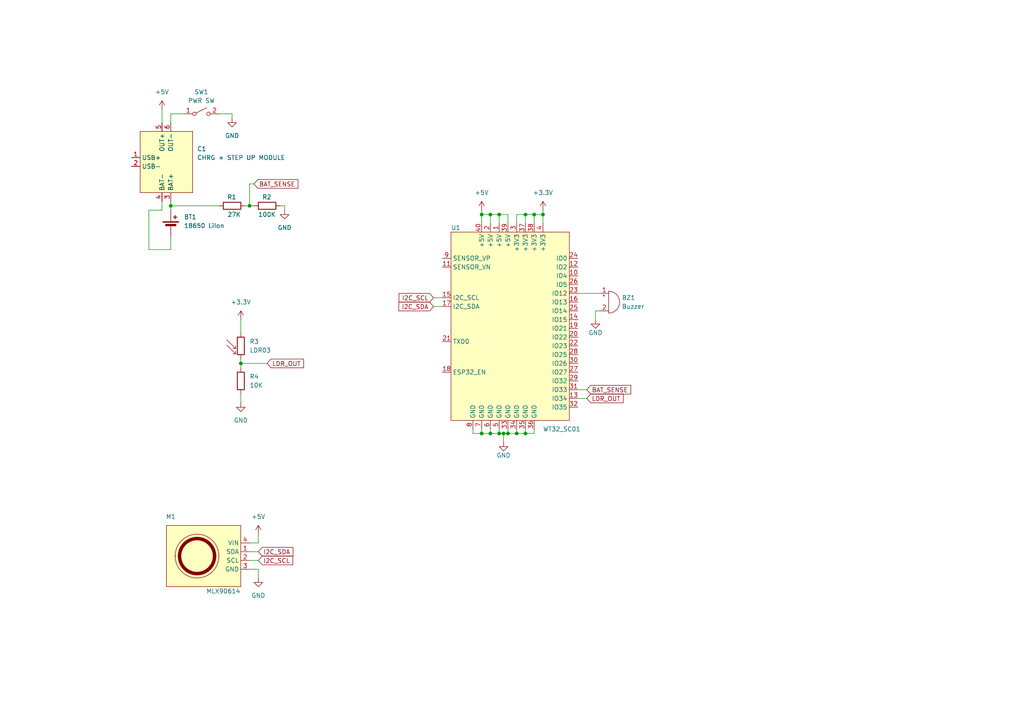
<source format=kicad_sch>
(kicad_sch (version 20230121) (generator eeschema)
  (paper "A4")
  (title_block (title "LUXMD Schematics"))
  (lib_symbols
    (symbol "Custom Library:MLX90614_Module"
      (property "Reference" "M" (at -13.97 10.16 0))
      (property "Value" "MLX90614" (at 1.27 -10.16 0))
      (symbol "MLX90614_Module_1_1"
        (rectangle (start -15.24 8.89) (end 6.35 -8.89) (fill (type background)))
        (circle (center -12.7 0) (radius 0.0001))
        (circle (center -6.35 0) (radius 5.08) (stroke (width 1)))
        (circle (center -6.35 0) (radius 6.35))
        (pin bidirectional line (at 8.89 1.27 180) (length 2.54) (name "SDA") (number "1"))
        (pin bidirectional line (at 8.89 -1.27 180) (length 2.54) (name "SCL") (number "2"))
        (pin power_in line (at 8.89 -3.81 180) (length 2.54) (name "GND") (number "3"))
        (pin power_in line (at 8.89 3.81 180) (length 2.54) (name "VIN") (number "4"))
      )
    )
    (symbol "Custom Library:TP4056_Module"
      (property "Reference" "C" (at -6.35 9.525 0))
      (property "Value" "TP4056_Module" (at 16.51 -1.27 0))
      (symbol "TP4056_Module_0_1"
        (rectangle (start -6.35 7.62) (end 8.89 -10.16) (stroke (width 0.1524)) (fill (type background)))
      )
      (symbol "TP4056_Module_1_1"
        (pin input line (at -8.89 0 0) (length 2.54) (name "USB+") (number "1"))
        (pin input line (at -8.89 -2.54 0) (length 2.54) (name "USB-") (number "2"))
        (pin input line (at 2.54 -12.7 90) (length 2.54) (name "BAT+") (number "3"))
        (pin input line (at 0 -12.7 90) (length 2.54) (name "BAT-") (number "4"))
        (pin input line (at 0 10.16 270) (length 2.54) (name "OUT+") (number "5"))
        (pin input line (at 2.54 10.16 270) (length 2.54) (name "OUT-") (number "6"))
      )
    )
    (symbol "Custom Library:WT32-SC01_Module"
      (property "Reference" "U" (at -17.78 26.67 0))
      (property "Value" "WT32_SC01 " (at 10.16 -30.48 0))
      (symbol "WT32-SC01_Module_1_1"
        (rectangle (start -19.05 25.4) (end 15.24 -29.21) (fill (type background)))
        (pin power_in line (at -5.08 27.94 270) (length 2.54) (name "+5V") (number "1"))
        (pin bidirectional line (at 17.78 12.7 180) (length 2.54) (name "IO4") (number "10"))
        (pin bidirectional line (at -21.59 15.24 0) (length 2.54) (name "SENSOR_VN") (number "11"))
        (pin bidirectional line (at 17.78 15.24 180) (length 2.54) (name "IO2") (number "12"))
        (pin bidirectional line (at 17.78 -22.86 180) (length 2.54) (name "IO34") (number "13"))
        (pin bidirectional line (at 17.78 0 180) (length 2.54) (name "IO15") (number "14"))
        (pin bidirectional line (at -21.59 6.35 0) (length 2.54) (name "I2C_SCL") (number "15"))
        (pin bidirectional line (at 17.78 5.08 180) (length 2.54) (name "IO13") (number "16"))
        (pin bidirectional line (at -21.59 3.81 0) (length 2.54) (name "I2C_SDA") (number "17"))
        (pin bidirectional line (at -21.59 -15.24 0) (length 2.54) (name "ESP32_EN") (number "18"))
        (pin bidirectional line (at 17.78 -2.54 180) (length 2.54) (name "IO21") (number "19"))
        (pin passive line (at -7.62 27.94 270) (length 2.54) (name "+5V") (number "2"))
        (pin bidirectional line (at 17.78 -5.08 180) (length 2.54) (name "IO22") (number "20"))
        (pin bidirectional line (at -21.59 -6.35 0) (length 2.54) (name "TXD0") (number "21"))
        (pin bidirectional line (at 17.78 -7.62 180) (length 2.54) (name "IO23") (number "22"))
        (pin bidirectional line (at 17.78 7.62 180) (length 2.54) (name "IO12") (number "23"))
        (pin bidirectional line (at 17.78 17.78 180) (length 2.54) (name "IO0") (number "24"))
        (pin bidirectional line (at 17.78 2.54 180) (length 2.54) (name "IO14") (number "25"))
        (pin bidirectional line (at 17.78 10.16 180) (length 2.54) (name "IO5") (number "26"))
        (pin bidirectional line (at 17.78 -15.24 180) (length 2.54) (name "IO27") (number "27"))
        (pin bidirectional line (at 17.78 -10.16 180) (length 2.54) (name "IO25") (number "28"))
        (pin bidirectional line (at 17.78 -17.78 180) (length 2.54) (name "IO32") (number "29"))
        (pin power_in line (at 0 27.94 270) (length 2.54) (name "+3V3") (number "3"))
        (pin bidirectional line (at 17.78 -12.7 180) (length 2.54) (name "IO26") (number "30"))
        (pin bidirectional line (at 17.78 -20.32 180) (length 2.54) (name "IO33") (number "31"))
        (pin bidirectional line (at 17.78 -25.4 180) (length 2.54) (name "IO35") (number "32"))
        (pin power_in line (at -2.54 -31.75 90) (length 2.54) (name "GND") (number "33"))
        (pin passive line (at 0 -31.75 90) (length 2.54) (name "GND") (number "34"))
        (pin passive line (at 2.54 -31.75 90) (length 2.54) (name "GND") (number "35"))
        (pin passive line (at 5.08 -31.75 90) (length 2.54) (name "GND") (number "36"))
        (pin power_in line (at 2.54 27.94 270) (length 2.54) (name "+3V3") (number "37"))
        (pin passive line (at 5.08 27.94 270) (length 2.54) (name "+3V3") (number "38"))
        (pin power_in line (at -2.54 27.94 270) (length 2.54) (name "+5V") (number "39"))
        (pin passive line (at 7.62 27.94 270) (length 2.54) (name "+3V3") (number "4"))
        (pin passive line (at -10.16 27.94 270) (length 2.54) (name "+5V") (number "40"))
        (pin power_in line (at -5.08 -31.75 90) (length 2.54) (name "GND") (number "5"))
        (pin passive line (at -7.62 -31.75 90) (length 2.54) (name "GND") (number "6"))
        (pin passive line (at -10.16 -31.75 90) (length 2.54) (name "GND") (number "7"))
        (pin passive line (at -12.7 -31.75 90) (length 2.54) (name "GND") (number "8"))
        (pin bidirectional line (at -21.59 17.78 0) (length 2.54) (name "SENSOR_VP") (number "9"))
      )
    )
    (symbol "Device:Battery_Cell" (pin_numbers hide) (pin_names (offset 0) hide)
      (property "Reference" "BT" (at 2.54 2.54 0))
      (property "Value" "Battery_Cell" (at 2.54 0 0))
      (symbol "Battery_Cell_0_1"
        (rectangle (start -2.286 1.778) (end 2.286 1.524) (fill (type outline)))
        (rectangle (start -1.524 1.016) (end 1.524 0.508) (fill (type outline)))
        (polyline (pts (xy 0 0.762) (xy 0 0)))
        (polyline (pts (xy 0 1.778) (xy 0 2.54)))
        (polyline (pts (xy 0.762 3.048) (xy 1.778 3.048)) (stroke (width 0.254)))
        (polyline (pts (xy 1.27 3.556) (xy 1.27 2.54)) (stroke (width 0.254)))
      )
      (symbol "Battery_Cell_1_1"
        (pin passive line (at 0 5.08 270) (length 2.54) (name "+") (number "1"))
        (pin passive line (at 0 -2.54 90) (length 2.54) (name "-") (number "2"))
      )
    )
    (symbol "Device:Buzzer" (pin_names (offset 0.0254) hide)
      (property "Reference" "BZ" (at 3.81 1.27 0))
      (property "Value" "Buzzer" (at 3.81 -1.27 0))
      (symbol "Buzzer_0_1"
        (arc (start 0 -3.175) (mid 3.1612 0) (end 0 3.175))
        (polyline (pts (xy -1.651 1.905) (xy -1.143 1.905)))
        (polyline (pts (xy -1.397 2.159) (xy -1.397 1.651)))
        (polyline (pts (xy 0 3.175) (xy 0 -3.175)))
      )
      (symbol "Buzzer_1_1"
        (pin passive line (at -2.54 2.54 0) (length 2.54) (name "-") (number "1"))
        (pin passive line (at -2.54 -2.54 0) (length 2.54) (name "+") (number "2"))
      )
    )
    (symbol "Device:R" (pin_numbers hide) (pin_names (offset 0))
      (property "Reference" "R" (at 2.032 0 90))
      (property "Value" "R" (at 0 0 90))
      (symbol "R_0_1"
        (rectangle (start -1.016 -2.54) (end 1.016 2.54) (stroke (width 0.254)))
      )
      (symbol "R_1_1"
        (pin passive line (at 0 3.81 270) (length 1.27) (name "~") (number "1"))
        (pin passive line (at 0 -3.81 90) (length 1.27) (name "~") (number "2"))
      )
    )
    (symbol "Sensor_Optical:LDR03" (pin_numbers hide) (pin_names (offset 0))
      (property "Reference" "R" (at -5.08 0 90))
      (property "Value" "LDR03" (at 1.905 0 90))
      (symbol "LDR03_0_1"
        (rectangle (start -1.016 2.54) (end 1.016 -2.54) (stroke (width 0.254)))
        (polyline (pts (xy -1.524 -2.286) (xy -4.064 0.254)))
        (polyline (pts (xy -1.524 -2.286) (xy -2.286 -2.286)))
        (polyline (pts (xy -1.524 -2.286) (xy -1.524 -1.524)))
        (polyline (pts (xy -1.524 -0.762) (xy -4.064 1.778)))
        (polyline (pts (xy -1.524 -0.762) (xy -2.286 -0.762)))
        (polyline (pts (xy -1.524 -0.762) (xy -1.524 0)))
      )
      (symbol "LDR03_1_1"
        (pin passive line (at 0 3.81 270) (length 1.27) (name "~") (number "1"))
        (pin passive line (at 0 -3.81 90) (length 1.27) (name "~") (number "2"))
      )
    )
    (symbol "Switch:SW_SPST" (pin_names (offset 0) hide)
      (property "Reference" "SW" (at 0 3.175 0))
      (property "Value" "SW_SPST" (at 0 -2.54 0))
      (symbol "SW_SPST_0_0"
        (circle (center -2.032 0) (radius 0.508))
        (polyline (pts (xy -1.524 0.254) (xy 1.524 1.778)))
        (circle (center 2.032 0) (radius 0.508))
      )
      (symbol "SW_SPST_1_1"
        (pin passive line (at -5.08 0 0) (length 2.54) (name "A") (number "1"))
        (pin passive line (at 5.08 0 180) (length 2.54) (name "B") (number "2"))
      )
    )
    (symbol "power:+3.3V" (power) (pin_names (offset 0))
      (property "Value" "+3.3V" (at 0 3.556 0))
      (symbol "+3.3V_0_1"
        (polyline (pts (xy -0.762 1.27) (xy 0 2.54)))
        (polyline (pts (xy 0 0) (xy 0 2.54)))
        (polyline (pts (xy 0 2.54) (xy 0.762 1.27)))
      )
      (symbol "+3.3V_1_1"
        (pin power_in line (at 0 0 90) (length 0) hide (name "+3.3V") (number "1"))
      )
    )
    (symbol "power:+5V" (power) (pin_names (offset 0))
      (property "Value" "+5V" (at 0 3.556 0))
      (symbol "+5V_0_1"
        (polyline (pts (xy -0.762 1.27) (xy 0 2.54)))
        (polyline (pts (xy 0 0) (xy 0 2.54)))
        (polyline (pts (xy 0 2.54) (xy 0.762 1.27)))
      )
      (symbol "+5V_1_1"
        (pin power_in line (at 0 0 90) (length 0) hide (name "+5V") (number "1"))
      )
    )
    (symbol "power:GND" (power) (pin_names (offset 0))
      (property "Value" "GND" (at 0 -3.81 0))
      (symbol "GND_0_1"
        (polyline (pts (xy 0 0) (xy 0 -1.27) (xy 1.27 -1.27) (xy 0 -2.54) (xy -1.27 -1.27) (xy 0 -1.27)))
      )
      (symbol "GND_1_1"
        (pin power_in line (at 0 0 270) (length 0) hide (name "GND") (number "1"))
      )
    )
  )
  (junction (at 144.78 125.73))
  (junction (at 142.24 125.73))
  (junction (at 157.48 62.23))
  (junction (at 146.05 125.73))
  (junction (at 142.24 62.23))
  (junction (at 147.32 125.73))
  (junction (at 139.7 62.23))
  (junction (at 69.85 105.41))
  (junction (at 149.86 125.73))
  (junction (at 72.39 59.69))
  (junction (at 139.7 125.73))
  (junction (at 49.53 59.69))
  (junction (at 152.4 62.23))
  (junction (at 154.94 62.23))
  (junction (at 144.78 62.23))
  (junction (at 152.4 125.73))
  (wire (pts (xy 46.99 58.42) (xy 46.99 60.96)))
  (wire (pts (xy 157.48 62.23) (xy 154.94 62.23)))
  (wire (pts (xy 49.53 33.02) (xy 53.34 33.02)))
  (wire (pts (xy 139.7 60.96) (xy 139.7 62.23)))
  (wire (pts (xy 77.47 105.41) (xy 69.85 105.41)))
  (wire (pts (xy 82.55 59.69) (xy 82.55 60.96)))
  (wire (pts (xy 152.4 125.73) (xy 154.94 125.73)))
  (wire (pts (xy 154.94 62.23) (xy 154.94 64.77)))
  (wire (pts (xy 49.53 59.69) (xy 49.53 60.96)))
  (wire (pts (xy 139.7 62.23) (xy 139.7 64.77)))
  (wire (pts (xy 172.72 92.71) (xy 172.72 90.17)))
  (wire (pts (xy 142.24 125.73) (xy 144.78 125.73)))
  (wire (pts (xy 167.64 115.57) (xy 170.18 115.57)))
  (wire (pts (xy 167.64 113.03) (xy 170.18 113.03)))
  (wire (pts (xy 172.72 90.17) (xy 173.99 90.17)))
  (wire (pts (xy 81.28 59.69) (xy 82.55 59.69)))
  (wire (pts (xy 74.93 165.1) (xy 74.93 167.64)))
  (wire (pts (xy 72.39 160.02) (xy 74.93 160.02)))
  (wire (pts (xy 43.18 60.96) (xy 43.18 72.39)))
  (wire (pts (xy 144.78 125.73) (xy 146.05 125.73)))
  (wire (pts (xy 71.12 59.69) (xy 72.39 59.69)))
  (wire (pts (xy 154.94 125.73) (xy 154.94 124.46)))
  (wire (pts (xy 147.32 125.73) (xy 147.32 124.46)))
  (wire (pts (xy 139.7 124.46) (xy 139.7 125.73)))
  (wire (pts (xy 149.86 125.73) (xy 152.4 125.73)))
  (wire (pts (xy 152.4 125.73) (xy 152.4 124.46)))
  (wire (pts (xy 73.66 59.69) (xy 72.39 59.69)))
  (wire (pts (xy 125.73 88.9) (xy 128.27 88.9)))
  (wire (pts (xy 46.99 60.96) (xy 43.18 60.96)))
  (wire (pts (xy 49.53 59.69) (xy 63.5 59.69)))
  (wire (pts (xy 142.24 62.23) (xy 144.78 62.23)))
  (wire (pts (xy 157.48 60.96) (xy 157.48 62.23)))
  (wire (pts (xy 146.05 125.73) (xy 146.05 128.27)))
  (wire (pts (xy 144.78 62.23) (xy 144.78 64.77)))
  (wire (pts (xy 157.48 62.23) (xy 157.48 64.77)))
  (wire (pts (xy 63.5 33.02) (xy 67.31 33.02)))
  (wire (pts (xy 167.64 85.09) (xy 173.99 85.09)))
  (wire (pts (xy 149.86 64.77) (xy 149.86 62.23)))
  (wire (pts (xy 149.86 125.73) (xy 149.86 124.46)))
  (wire (pts (xy 125.73 86.36) (xy 128.27 86.36)))
  (wire (pts (xy 137.16 125.73) (xy 139.7 125.73)))
  (wire (pts (xy 46.99 31.75) (xy 46.99 35.56)))
  (wire (pts (xy 72.39 157.48) (xy 74.93 157.48)))
  (wire (pts (xy 72.39 165.1) (xy 74.93 165.1)))
  (wire (pts (xy 67.31 33.02) (xy 67.31 34.29)))
  (wire (pts (xy 72.39 59.69) (xy 72.39 53.34)))
  (wire (pts (xy 154.94 62.23) (xy 152.4 62.23)))
  (wire (pts (xy 43.18 72.39) (xy 49.53 72.39)))
  (wire (pts (xy 49.53 72.39) (xy 49.53 68.58)))
  (wire (pts (xy 69.85 114.3) (xy 69.85 116.84)))
  (wire (pts (xy 72.39 53.34) (xy 73.66 53.34)))
  (wire (pts (xy 147.32 64.77) (xy 147.32 62.23)))
  (wire (pts (xy 74.93 157.48) (xy 74.93 154.94)))
  (wire (pts (xy 149.86 62.23) (xy 152.4 62.23)))
  (wire (pts (xy 49.53 58.42) (xy 49.53 59.69)))
  (wire (pts (xy 137.16 124.46) (xy 137.16 125.73)))
  (wire (pts (xy 49.53 33.02) (xy 49.53 35.56)))
  (wire (pts (xy 147.32 62.23) (xy 144.78 62.23)))
  (wire (pts (xy 139.7 125.73) (xy 142.24 125.73)))
  (wire (pts (xy 142.24 124.46) (xy 142.24 125.73)))
  (wire (pts (xy 139.7 62.23) (xy 142.24 62.23)))
  (wire (pts (xy 69.85 92.71) (xy 69.85 96.52)))
  (wire (pts (xy 69.85 104.14) (xy 69.85 105.41)))
  (wire (pts (xy 147.32 125.73) (xy 149.86 125.73)))
  (wire (pts (xy 72.39 162.56) (xy 74.93 162.56)))
  (wire (pts (xy 142.24 62.23) (xy 142.24 64.77)))
  (wire (pts (xy 146.05 125.73) (xy 147.32 125.73)))
  (wire (pts (xy 144.78 124.46) (xy 144.78 125.73)))
  (wire (pts (xy 69.85 105.41) (xy 69.85 106.68)))
  (wire (pts (xy 152.4 62.23) (xy 152.4 64.77)))
  (global_label "I2C_SDA" (shape input) (at 125.73 88.9 180) (property "Intersheetrefs" "${INTERSHEET_REFS}" (effects hide)))
  (global_label "BAT_SENSE" (shape input) (at 73.66 53.34 0) (property "Intersheetrefs" "${INTERSHEET_REFS}" (effects hide)))
  (global_label "LDR_OUT" (shape input) (at 77.47 105.41 0) (property "Intersheetrefs" "${INTERSHEET_REFS}" (effects hide)))
  (global_label "I2C_SCL" (shape input) (at 125.73 86.36 180) (property "Intersheetrefs" "${INTERSHEET_REFS}" (effects hide)))
  (global_label "I2C_SDA" (shape input) (at 74.93 160.02 0) (property "Intersheetrefs" "${INTERSHEET_REFS}" (effects hide)))
  (global_label "LDR_OUT" (shape input) (at 170.18 115.57 0) (property "Intersheetrefs" "${INTERSHEET_REFS}" (effects hide)))
  (global_label "BAT_SENSE" (shape input) (at 170.18 113.03 0) (property "Intersheetrefs" "${INTERSHEET_REFS}" (effects hide)))
  (global_label "I2C_SCL" (shape input) (at 74.93 162.56 0) (property "Intersheetrefs" "${INTERSHEET_REFS}" (effects hide)))
  (symbol (lib_id "Device:R") (at 67.31 59.69 90) (unit 1)
    (property "Reference" "R1" (at 68.58 57.15 90) (effects (justify left)))
    (property "Value" "27K" (at 69.85 62.23 90) (effects (justify left)))
    (property "Footprint" "Resistor_THT:R_Axial_DIN0207_L6.3mm_D2.5mm_P10.16mm_Horizontal" (effects hide))
  )
  (symbol (lib_id "power:GND") (at 146.05 128.27 0) (unit 1)
    (property "Reference" "#PWR01" (effects hide))
    (property "Value" "GND" (at 146.05 132.08 0))
  )
  (symbol (lib_id "power:GND") (at 82.55 60.96 0) (unit 1)
    (property "Reference" "#PWR08" (effects hide))
    (property "Value" "GND" (at 82.55 66.04 0))
  )
  (symbol (lib_id "Custom Library:WT32-SC01_Module") (at 149.86 92.71 0) (unit 1)
    (property "Reference" "U1" (at 130.81 66.04 0) (effects (justify left)))
    (property "Value" "WT32_SC01 " (at 157.48 124.46 0) (effects (justify left)))
    (property "Footprint" "Connector_PinHeader_2.54mm:PinHeader_2x20_P2.54mm_Vertical" (effects hide))
  )
  (symbol (lib_id "power:+5V") (at 46.99 31.75 0) (unit 1)
    (property "Reference" "#PWR06" (effects hide))
    (property "Value" "+5V" (at 46.99 26.67 0))
  )
  (symbol (lib_id "Custom Library:MLX90614_Module") (at 63.5 161.29 0) (unit 1)
    (property "Reference" "M1" (at 49.53 149.86 0))
    (property "Value" "MLX90614" (at 64.77 171.45 0))
    (property "Footprint" "Connector_JST:JST_EH_B4B-EH-A_1x04_P2.50mm_Vertical" (effects hide))
  )
  (symbol (lib_id "power:+3.3V") (at 157.48 60.96 0) (unit 1)
    (property "Reference" "#PWR03" (effects hide))
    (property "Value" "+3.3V" (at 157.48 55.88 0))
  )
  (symbol (lib_id "Device:Buzzer") (at 176.53 87.63 0) (unit 1)
    (property "Reference" "BZ1" (at 180.34 86.36 0) (effects (justify left)))
    (property "Value" "Buzzer" (at 180.34 88.9 0) (effects (justify left)))
  )
  (symbol (lib_id "power:+5V") (at 74.93 154.94 0) (unit 1)
    (property "Reference" "#PWR011" (effects hide))
    (property "Value" "+5V" (at 74.93 149.86 0))
  )
  (symbol (lib_id "Sensor_Optical:LDR03") (at 69.85 100.33 0) (unit 1)
    (property "Reference" "R3" (at 72.39 99.06 0) (effects (justify left)))
    (property "Value" "LDR03" (at 72.39 101.6 0) (effects (justify left)))
    (property "Footprint" "OptoDevice:R_LDR_10x8.5mm_P7.6mm_Vertical" (effects hide))
    (property "Datasheet" "http://www.elektronica-componenten.nl/WebRoot/StoreNL/Shops/61422969/54F1/BA0C/C664/31B9/2173/C0A8/2AB9/2AEF/LDR03IMP.pdf" (effects hide))
  )
  (symbol (lib_id "power:GND") (at 67.31 34.29 0) (unit 1)
    (property "Reference" "#PWR07" (effects hide))
    (property "Value" "GND" (at 67.31 39.37 0))
  )
  (symbol (lib_id "Device:Battery_Cell") (at 49.53 66.04 0) (unit 1)
    (property "Reference" "BT1" (at 53.34 62.9285 0) (effects (justify left)))
    (property "Value" "18650 LiIon" (at 53.34 65.4685 0) (effects (justify left)))
    (property "Footprint" "Connector_JST:JST_EH_B2B-EH-A_1x02_P2.50mm_Vertical" (effects hide))
  )
  (symbol (lib_id "power:+3.3V") (at 69.85 92.71 0) (unit 1)
    (property "Reference" "#PWR04" (effects hide))
    (property "Value" "+3.3V" (at 69.85 87.63 0))
  )
  (symbol (lib_id "Switch:SW_SPST") (at 58.42 33.02 0) (unit 1)
    (property "Reference" "SW1" (at 58.42 26.67 0))
    (property "Value" "PWR SW" (at 58.42 29.21 0))
    (property "Footprint" "Connector_JST:JST_EH_B2B-EH-A_1x02_P2.50mm_Vertical" (effects hide))
  )
  (symbol (lib_id "power:GND") (at 69.85 116.84 0) (unit 1)
    (property "Reference" "#PWR05" (effects hide))
    (property "Value" "GND" (at 69.85 121.92 0))
  )
  (symbol (lib_id "Device:R") (at 69.85 110.49 0) (unit 1)
    (property "Reference" "R4" (at 72.39 109.22 0) (effects (justify left)))
    (property "Value" "10K" (at 72.39 111.76 0) (effects (justify left)))
    (property "Footprint" "Resistor_THT:R_Axial_DIN0207_L6.3mm_D2.5mm_P10.16mm_Horizontal" (effects hide))
  )
  (symbol (lib_id "Custom Library:TP4056_Module") (at 46.99 45.72 0) (unit 1)
    (property "Reference" "C1" (at 57.15 43.18 0) (effects (justify left)))
    (property "Value" "CHRG + STEP UP MODULE" (at 57.15 45.72 0) (effects (justify left)))
    (property "Footprint" "Custom Library:TP4056+Step Up Module" (effects hide))
  )
  (symbol (lib_id "Device:R") (at 77.47 59.69 90) (unit 1)
    (property "Reference" "R2" (at 78.74 57.15 90) (effects (justify left)))
    (property "Value" "100K" (at 80.01 62.23 90) (effects (justify left)))
    (property "Footprint" "Resistor_THT:R_Axial_DIN0207_L6.3mm_D2.5mm_P10.16mm_Horizontal" (effects hide))
  )
  (symbol (lib_id "power:GND") (at 172.72 92.71 0) (unit 1)
    (property "Reference" "#PWR09" (effects hide))
    (property "Value" "GND" (at 172.72 96.52 0))
  )
  (symbol (lib_id "power:GND") (at 74.93 167.64 0) (unit 1)
    (property "Reference" "#PWR010" (effects hide))
    (property "Value" "GND" (at 74.93 172.72 0))
  )
  (symbol (lib_id "power:+5V") (at 139.7 60.96 0) (unit 1)
    (property "Reference" "#PWR02" (effects hide))
    (property "Value" "+5V" (at 139.7 55.88 0))
  )
)
</source>
